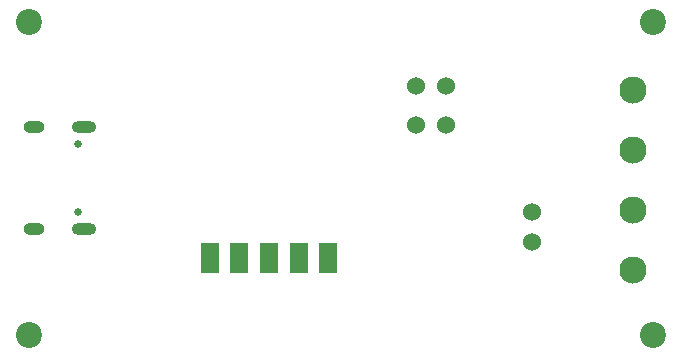
<source format=gbr>
%TF.GenerationSoftware,KiCad,Pcbnew,7.0.0-da2b9df05c~171~ubuntu22.04.1*%
%TF.CreationDate,2023-03-05T16:33:25-08:00*%
%TF.ProjectId,UsbCanAdapter,55736243-616e-4416-9461-707465722e6b,rev?*%
%TF.SameCoordinates,Original*%
%TF.FileFunction,Soldermask,Bot*%
%TF.FilePolarity,Negative*%
%FSLAX46Y46*%
G04 Gerber Fmt 4.6, Leading zero omitted, Abs format (unit mm)*
G04 Created by KiCad (PCBNEW 7.0.0-da2b9df05c~171~ubuntu22.04.1) date 2023-03-05 16:33:25*
%MOMM*%
%LPD*%
G01*
G04 APERTURE LIST*
%ADD10R,1.500000X2.500000*%
%ADD11C,2.200000*%
%ADD12C,1.524000*%
%ADD13O,2.100000X1.000000*%
%ADD14O,1.800000X1.000000*%
%ADD15C,0.650000*%
%ADD16C,2.300000*%
G04 APERTURE END LIST*
D10*
%TO.C,J3*%
X177899999Y-82499999D03*
X180399999Y-82499999D03*
X182899999Y-82499999D03*
X185399999Y-82499999D03*
X187899999Y-82499999D03*
%TD*%
D11*
%TO.C,H4*%
X162600000Y-62500000D03*
%TD*%
%TO.C,H3*%
X162600000Y-89000000D03*
%TD*%
%TO.C,H2*%
X215400000Y-89000000D03*
%TD*%
%TO.C,H1*%
X215400000Y-62500000D03*
%TD*%
D12*
%TO.C,JP3*%
X205130000Y-78660000D03*
X205130000Y-81200000D03*
%TD*%
%TO.C,JP2*%
X195340000Y-68000000D03*
X197880000Y-68000000D03*
%TD*%
%TO.C,JP1*%
X195330000Y-71240000D03*
X197870000Y-71240000D03*
%TD*%
D13*
%TO.C,J2*%
X167214999Y-71439999D03*
D14*
X163034999Y-80079999D03*
D13*
X167214999Y-80079999D03*
D14*
X163034999Y-71439999D03*
D15*
X166715000Y-72870000D03*
X166715000Y-78650000D03*
%TD*%
D16*
%TO.C,J1*%
X213750000Y-68280000D03*
X213750000Y-73360000D03*
X213750000Y-78440000D03*
X213750000Y-83520000D03*
%TD*%
M02*

</source>
